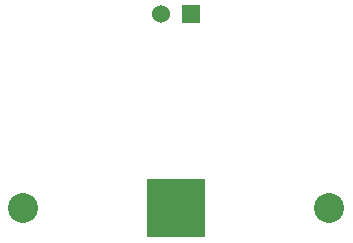
<source format=gbs>
G04 (created by PCBNEW (2013-mar-13)-testing) date Sun 15 Sep 2013 23:58:05 EST*
%MOIN*%
G04 Gerber Fmt 3.4, Leading zero omitted, Abs format*
%FSLAX34Y34*%
G01*
G70*
G90*
G04 APERTURE LIST*
%ADD10C,0.005906*%
%ADD11R,0.060000X0.060000*%
%ADD12C,0.060000*%
%ADD13R,0.196850X0.196850*%
%ADD14C,0.100000*%
G04 APERTURE END LIST*
G54D10*
G54D11*
X6445Y15448D03*
G54D12*
X5445Y15448D03*
G54D13*
X5945Y9000D03*
G54D14*
X846Y9000D03*
X11043Y9000D03*
M02*

</source>
